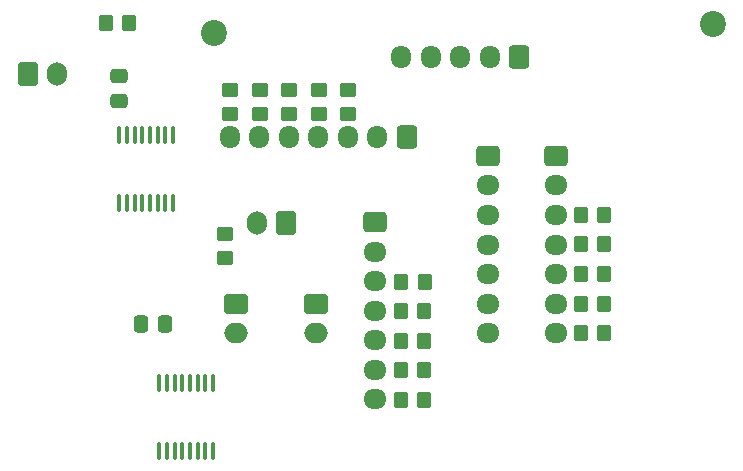
<source format=gts>
%TF.GenerationSoftware,KiCad,Pcbnew,7.0.6*%
%TF.CreationDate,2023-07-13T14:40:27+02:00*%
%TF.ProjectId,RH_HeadLogicBoard_FreeJoy,52485f48-6561-4644-9c6f-676963426f61,rev?*%
%TF.SameCoordinates,Original*%
%TF.FileFunction,Soldermask,Top*%
%TF.FilePolarity,Negative*%
%FSLAX46Y46*%
G04 Gerber Fmt 4.6, Leading zero omitted, Abs format (unit mm)*
G04 Created by KiCad (PCBNEW 7.0.6) date 2023-07-13 14:40:27*
%MOMM*%
%LPD*%
G01*
G04 APERTURE LIST*
G04 Aperture macros list*
%AMRoundRect*
0 Rectangle with rounded corners*
0 $1 Rounding radius*
0 $2 $3 $4 $5 $6 $7 $8 $9 X,Y pos of 4 corners*
0 Add a 4 corners polygon primitive as box body*
4,1,4,$2,$3,$4,$5,$6,$7,$8,$9,$2,$3,0*
0 Add four circle primitives for the rounded corners*
1,1,$1+$1,$2,$3*
1,1,$1+$1,$4,$5*
1,1,$1+$1,$6,$7*
1,1,$1+$1,$8,$9*
0 Add four rect primitives between the rounded corners*
20,1,$1+$1,$2,$3,$4,$5,0*
20,1,$1+$1,$4,$5,$6,$7,0*
20,1,$1+$1,$6,$7,$8,$9,0*
20,1,$1+$1,$8,$9,$2,$3,0*%
G04 Aperture macros list end*
%ADD10RoundRect,0.250000X-0.350000X-0.450000X0.350000X-0.450000X0.350000X0.450000X-0.350000X0.450000X0*%
%ADD11RoundRect,0.250000X-0.750000X0.600000X-0.750000X-0.600000X0.750000X-0.600000X0.750000X0.600000X0*%
%ADD12O,2.000000X1.700000*%
%ADD13RoundRect,0.250000X-0.337500X-0.475000X0.337500X-0.475000X0.337500X0.475000X-0.337500X0.475000X0*%
%ADD14RoundRect,0.250000X0.475000X-0.337500X0.475000X0.337500X-0.475000X0.337500X-0.475000X-0.337500X0*%
%ADD15RoundRect,0.250000X0.450000X-0.350000X0.450000X0.350000X-0.450000X0.350000X-0.450000X-0.350000X0*%
%ADD16C,2.200000*%
%ADD17RoundRect,0.250000X-0.450000X0.350000X-0.450000X-0.350000X0.450000X-0.350000X0.450000X0.350000X0*%
%ADD18RoundRect,0.100000X0.100000X-0.637500X0.100000X0.637500X-0.100000X0.637500X-0.100000X-0.637500X0*%
%ADD19RoundRect,0.250000X-0.725000X0.600000X-0.725000X-0.600000X0.725000X-0.600000X0.725000X0.600000X0*%
%ADD20O,1.950000X1.700000*%
%ADD21RoundRect,0.250000X0.600000X0.725000X-0.600000X0.725000X-0.600000X-0.725000X0.600000X-0.725000X0*%
%ADD22O,1.700000X1.950000*%
%ADD23RoundRect,0.250000X0.600000X0.750000X-0.600000X0.750000X-0.600000X-0.750000X0.600000X-0.750000X0*%
%ADD24O,1.700000X2.000000*%
%ADD25RoundRect,0.250000X-0.600000X-0.750000X0.600000X-0.750000X0.600000X0.750000X-0.600000X0.750000X0*%
G04 APERTURE END LIST*
D10*
X57875000Y-65238000D03*
X59875000Y-65238000D03*
X57875000Y-62738000D03*
X59875000Y-62738000D03*
D11*
X43900000Y-57100000D03*
D12*
X43900000Y-59600000D03*
D13*
X35862500Y-58800000D03*
X37937500Y-58800000D03*
D14*
X34050000Y-39912500D03*
X34050000Y-37837500D03*
D10*
X73125000Y-49600000D03*
X75125000Y-49600000D03*
X57875000Y-60238000D03*
X59875000Y-60238000D03*
D15*
X45950000Y-41025000D03*
X45950000Y-39025000D03*
D10*
X73125000Y-57100000D03*
X75125000Y-57100000D03*
X73125000Y-54600000D03*
X75125000Y-54600000D03*
X73125000Y-52075000D03*
X75125000Y-52075000D03*
X57875000Y-57738000D03*
X59875000Y-57738000D03*
D11*
X50700000Y-57100000D03*
D12*
X50700000Y-59600000D03*
D16*
X84300000Y-33450000D03*
D15*
X50950000Y-41025000D03*
X50950000Y-39025000D03*
D10*
X73125000Y-59600000D03*
X75125000Y-59600000D03*
X32900000Y-33375000D03*
X34900000Y-33375000D03*
D16*
X42075000Y-34175000D03*
D15*
X48450000Y-41025000D03*
X48450000Y-39025000D03*
D10*
X57900000Y-55238000D03*
X59900000Y-55238000D03*
D15*
X53450000Y-41025000D03*
X53450000Y-39025000D03*
D17*
X43000000Y-51200000D03*
X43000000Y-53200000D03*
D18*
X37425000Y-69587500D03*
X38075000Y-69587500D03*
X38725000Y-69587500D03*
X39375000Y-69587500D03*
X40025000Y-69587500D03*
X40675000Y-69587500D03*
X41325000Y-69587500D03*
X41975000Y-69587500D03*
X41975000Y-63862500D03*
X41325000Y-63862500D03*
X40675000Y-63862500D03*
X40025000Y-63862500D03*
X39375000Y-63862500D03*
X38725000Y-63862500D03*
X38075000Y-63862500D03*
X37425000Y-63862500D03*
X34050000Y-48569000D03*
X34700000Y-48569000D03*
X35350000Y-48569000D03*
X36000000Y-48569000D03*
X36650000Y-48569000D03*
X37300000Y-48569000D03*
X37950000Y-48569000D03*
X38600000Y-48569000D03*
X38600000Y-42844000D03*
X37950000Y-42844000D03*
X37300000Y-42844000D03*
X36650000Y-42844000D03*
X36000000Y-42844000D03*
X35350000Y-42844000D03*
X34700000Y-42844000D03*
X34050000Y-42844000D03*
D19*
X65300000Y-44600000D03*
D20*
X65300000Y-47100000D03*
X65300000Y-49600000D03*
X65300000Y-52100000D03*
X65300000Y-54600000D03*
X65300000Y-57100000D03*
X65300000Y-59600000D03*
D15*
X43450000Y-41025000D03*
X43450000Y-39025000D03*
D19*
X71050000Y-44600000D03*
D20*
X71050000Y-47100000D03*
X71050000Y-49600000D03*
X71050000Y-52100000D03*
X71050000Y-54600000D03*
X71050000Y-57100000D03*
X71050000Y-59600000D03*
D21*
X67900000Y-36250000D03*
D22*
X65400000Y-36250000D03*
X62900000Y-36250000D03*
X60400000Y-36250000D03*
X57900000Y-36250000D03*
D21*
X58400000Y-43000000D03*
D22*
X55900000Y-43000000D03*
X53400000Y-43000000D03*
X50900000Y-43000000D03*
X48400000Y-43000000D03*
X45900000Y-43000000D03*
X43400000Y-43000000D03*
D23*
X48200000Y-50275000D03*
D24*
X45700000Y-50275000D03*
D19*
X55700000Y-50200000D03*
D20*
X55700000Y-52700000D03*
X55700000Y-55200000D03*
X55700000Y-57700000D03*
X55700000Y-60200000D03*
X55700000Y-62700000D03*
X55700000Y-65200000D03*
D25*
X26300000Y-37675000D03*
D24*
X28800000Y-37675000D03*
M02*

</source>
